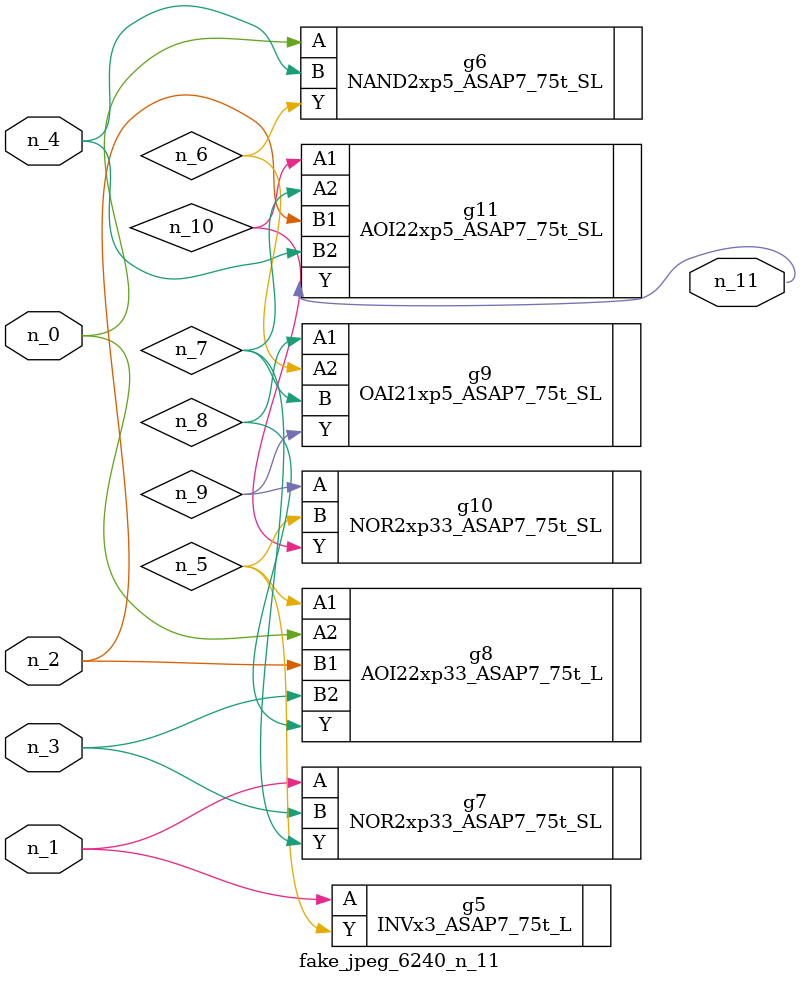
<source format=v>
module fake_jpeg_6240_n_11 (n_3, n_2, n_1, n_0, n_4, n_11);

input n_3;
input n_2;
input n_1;
input n_0;
input n_4;

output n_11;

wire n_10;
wire n_8;
wire n_9;
wire n_6;
wire n_5;
wire n_7;

INVx3_ASAP7_75t_L g5 ( 
.A(n_1),
.Y(n_5)
);

NAND2xp5_ASAP7_75t_SL g6 ( 
.A(n_0),
.B(n_4),
.Y(n_6)
);

NOR2xp33_ASAP7_75t_SL g7 ( 
.A(n_1),
.B(n_3),
.Y(n_7)
);

AOI22xp33_ASAP7_75t_L g8 ( 
.A1(n_5),
.A2(n_0),
.B1(n_2),
.B2(n_3),
.Y(n_8)
);

OAI21xp5_ASAP7_75t_SL g9 ( 
.A1(n_8),
.A2(n_6),
.B(n_7),
.Y(n_9)
);

NOR2xp33_ASAP7_75t_SL g10 ( 
.A(n_9),
.B(n_5),
.Y(n_10)
);

AOI22xp5_ASAP7_75t_SL g11 ( 
.A1(n_10),
.A2(n_7),
.B1(n_2),
.B2(n_4),
.Y(n_11)
);


endmodule
</source>
